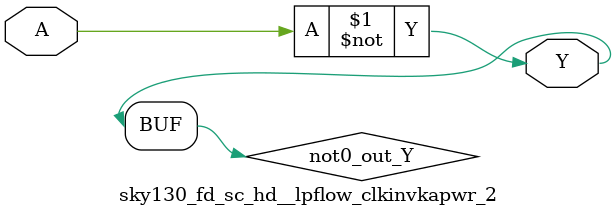
<source format=v>
/*
 * Copyright 2020 The SkyWater PDK Authors
 *
 * Licensed under the Apache License, Version 2.0 (the "License");
 * you may not use this file except in compliance with the License.
 * You may obtain a copy of the License at
 *
 *     https://www.apache.org/licenses/LICENSE-2.0
 *
 * Unless required by applicable law or agreed to in writing, software
 * distributed under the License is distributed on an "AS IS" BASIS,
 * WITHOUT WARRANTIES OR CONDITIONS OF ANY KIND, either express or implied.
 * See the License for the specific language governing permissions and
 * limitations under the License.
 *
 * SPDX-License-Identifier: Apache-2.0
*/


`ifndef SKY130_FD_SC_HD__LPFLOW_CLKINVKAPWR_2_FUNCTIONAL_V
`define SKY130_FD_SC_HD__LPFLOW_CLKINVKAPWR_2_FUNCTIONAL_V

/**
 * lpflow_clkinvkapwr: Clock tree inverter on keep-alive rail.
 *
 * Verilog simulation functional model.
 */

`timescale 1ns / 1ps
`default_nettype none

`celldefine
module sky130_fd_sc_hd__lpflow_clkinvkapwr_2 (
    Y,
    A
);

    // Module ports
    output Y;
    input  A;

    // Local signals
    wire not0_out_Y;

    //  Name  Output      Other arguments
    not not0 (not0_out_Y, A              );
    buf buf0 (Y         , not0_out_Y     );

endmodule
`endcelldefine

`default_nettype wire
`endif  // SKY130_FD_SC_HD__LPFLOW_CLKINVKAPWR_2_FUNCTIONAL_V

</source>
